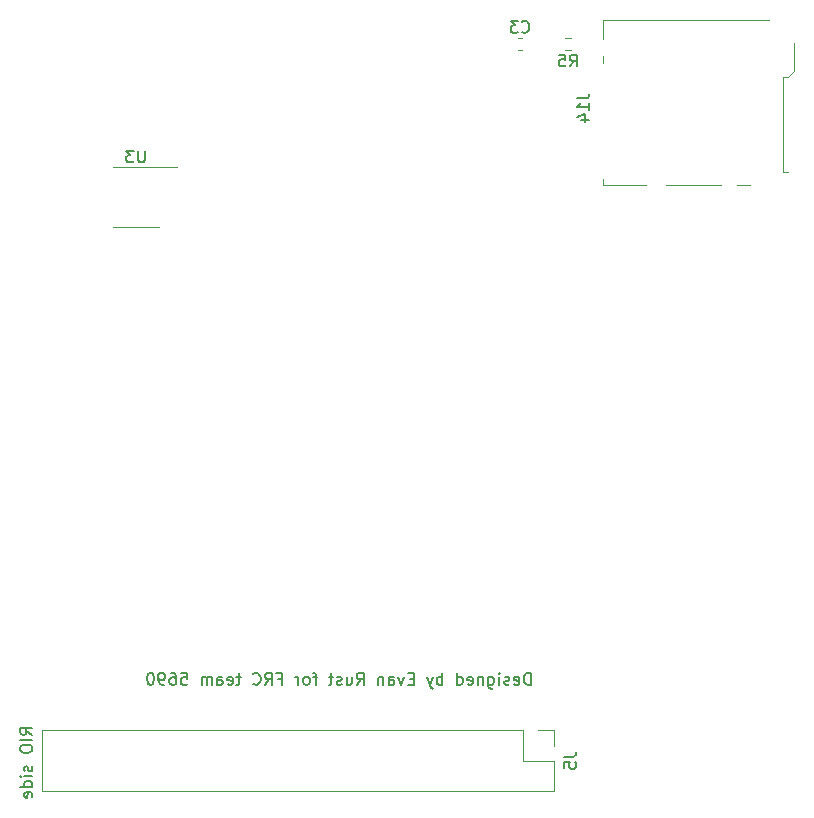
<source format=gbr>
%TF.GenerationSoftware,KiCad,Pcbnew,7.0.2*%
%TF.CreationDate,2023-05-18T15:41:40-05:00*%
%TF.ProjectId,FRC_5690_Common_PCB,4652435f-3536-4393-905f-436f6d6d6f6e,rev?*%
%TF.SameCoordinates,Original*%
%TF.FileFunction,Legend,Bot*%
%TF.FilePolarity,Positive*%
%FSLAX46Y46*%
G04 Gerber Fmt 4.6, Leading zero omitted, Abs format (unit mm)*
G04 Created by KiCad (PCBNEW 7.0.2) date 2023-05-18 15:41:40*
%MOMM*%
%LPD*%
G01*
G04 APERTURE LIST*
%ADD10C,0.150000*%
%ADD11C,0.120000*%
G04 APERTURE END LIST*
D10*
X150764904Y-116971619D02*
X150764904Y-115971619D01*
X150764904Y-115971619D02*
X150526809Y-115971619D01*
X150526809Y-115971619D02*
X150383952Y-116019238D01*
X150383952Y-116019238D02*
X150288714Y-116114476D01*
X150288714Y-116114476D02*
X150241095Y-116209714D01*
X150241095Y-116209714D02*
X150193476Y-116400190D01*
X150193476Y-116400190D02*
X150193476Y-116543047D01*
X150193476Y-116543047D02*
X150241095Y-116733523D01*
X150241095Y-116733523D02*
X150288714Y-116828761D01*
X150288714Y-116828761D02*
X150383952Y-116924000D01*
X150383952Y-116924000D02*
X150526809Y-116971619D01*
X150526809Y-116971619D02*
X150764904Y-116971619D01*
X149383952Y-116924000D02*
X149479190Y-116971619D01*
X149479190Y-116971619D02*
X149669666Y-116971619D01*
X149669666Y-116971619D02*
X149764904Y-116924000D01*
X149764904Y-116924000D02*
X149812523Y-116828761D01*
X149812523Y-116828761D02*
X149812523Y-116447809D01*
X149812523Y-116447809D02*
X149764904Y-116352571D01*
X149764904Y-116352571D02*
X149669666Y-116304952D01*
X149669666Y-116304952D02*
X149479190Y-116304952D01*
X149479190Y-116304952D02*
X149383952Y-116352571D01*
X149383952Y-116352571D02*
X149336333Y-116447809D01*
X149336333Y-116447809D02*
X149336333Y-116543047D01*
X149336333Y-116543047D02*
X149812523Y-116638285D01*
X148955380Y-116924000D02*
X148860142Y-116971619D01*
X148860142Y-116971619D02*
X148669666Y-116971619D01*
X148669666Y-116971619D02*
X148574428Y-116924000D01*
X148574428Y-116924000D02*
X148526809Y-116828761D01*
X148526809Y-116828761D02*
X148526809Y-116781142D01*
X148526809Y-116781142D02*
X148574428Y-116685904D01*
X148574428Y-116685904D02*
X148669666Y-116638285D01*
X148669666Y-116638285D02*
X148812523Y-116638285D01*
X148812523Y-116638285D02*
X148907761Y-116590666D01*
X148907761Y-116590666D02*
X148955380Y-116495428D01*
X148955380Y-116495428D02*
X148955380Y-116447809D01*
X148955380Y-116447809D02*
X148907761Y-116352571D01*
X148907761Y-116352571D02*
X148812523Y-116304952D01*
X148812523Y-116304952D02*
X148669666Y-116304952D01*
X148669666Y-116304952D02*
X148574428Y-116352571D01*
X148098237Y-116971619D02*
X148098237Y-116304952D01*
X148098237Y-115971619D02*
X148145856Y-116019238D01*
X148145856Y-116019238D02*
X148098237Y-116066857D01*
X148098237Y-116066857D02*
X148050618Y-116019238D01*
X148050618Y-116019238D02*
X148098237Y-115971619D01*
X148098237Y-115971619D02*
X148098237Y-116066857D01*
X147193476Y-116304952D02*
X147193476Y-117114476D01*
X147193476Y-117114476D02*
X147241095Y-117209714D01*
X147241095Y-117209714D02*
X147288714Y-117257333D01*
X147288714Y-117257333D02*
X147383952Y-117304952D01*
X147383952Y-117304952D02*
X147526809Y-117304952D01*
X147526809Y-117304952D02*
X147622047Y-117257333D01*
X147193476Y-116924000D02*
X147288714Y-116971619D01*
X147288714Y-116971619D02*
X147479190Y-116971619D01*
X147479190Y-116971619D02*
X147574428Y-116924000D01*
X147574428Y-116924000D02*
X147622047Y-116876380D01*
X147622047Y-116876380D02*
X147669666Y-116781142D01*
X147669666Y-116781142D02*
X147669666Y-116495428D01*
X147669666Y-116495428D02*
X147622047Y-116400190D01*
X147622047Y-116400190D02*
X147574428Y-116352571D01*
X147574428Y-116352571D02*
X147479190Y-116304952D01*
X147479190Y-116304952D02*
X147288714Y-116304952D01*
X147288714Y-116304952D02*
X147193476Y-116352571D01*
X146717285Y-116304952D02*
X146717285Y-116971619D01*
X146717285Y-116400190D02*
X146669666Y-116352571D01*
X146669666Y-116352571D02*
X146574428Y-116304952D01*
X146574428Y-116304952D02*
X146431571Y-116304952D01*
X146431571Y-116304952D02*
X146336333Y-116352571D01*
X146336333Y-116352571D02*
X146288714Y-116447809D01*
X146288714Y-116447809D02*
X146288714Y-116971619D01*
X145431571Y-116924000D02*
X145526809Y-116971619D01*
X145526809Y-116971619D02*
X145717285Y-116971619D01*
X145717285Y-116971619D02*
X145812523Y-116924000D01*
X145812523Y-116924000D02*
X145860142Y-116828761D01*
X145860142Y-116828761D02*
X145860142Y-116447809D01*
X145860142Y-116447809D02*
X145812523Y-116352571D01*
X145812523Y-116352571D02*
X145717285Y-116304952D01*
X145717285Y-116304952D02*
X145526809Y-116304952D01*
X145526809Y-116304952D02*
X145431571Y-116352571D01*
X145431571Y-116352571D02*
X145383952Y-116447809D01*
X145383952Y-116447809D02*
X145383952Y-116543047D01*
X145383952Y-116543047D02*
X145860142Y-116638285D01*
X144526809Y-116971619D02*
X144526809Y-115971619D01*
X144526809Y-116924000D02*
X144622047Y-116971619D01*
X144622047Y-116971619D02*
X144812523Y-116971619D01*
X144812523Y-116971619D02*
X144907761Y-116924000D01*
X144907761Y-116924000D02*
X144955380Y-116876380D01*
X144955380Y-116876380D02*
X145002999Y-116781142D01*
X145002999Y-116781142D02*
X145002999Y-116495428D01*
X145002999Y-116495428D02*
X144955380Y-116400190D01*
X144955380Y-116400190D02*
X144907761Y-116352571D01*
X144907761Y-116352571D02*
X144812523Y-116304952D01*
X144812523Y-116304952D02*
X144622047Y-116304952D01*
X144622047Y-116304952D02*
X144526809Y-116352571D01*
X143288713Y-116971619D02*
X143288713Y-115971619D01*
X143288713Y-116352571D02*
X143193475Y-116304952D01*
X143193475Y-116304952D02*
X143002999Y-116304952D01*
X143002999Y-116304952D02*
X142907761Y-116352571D01*
X142907761Y-116352571D02*
X142860142Y-116400190D01*
X142860142Y-116400190D02*
X142812523Y-116495428D01*
X142812523Y-116495428D02*
X142812523Y-116781142D01*
X142812523Y-116781142D02*
X142860142Y-116876380D01*
X142860142Y-116876380D02*
X142907761Y-116924000D01*
X142907761Y-116924000D02*
X143002999Y-116971619D01*
X143002999Y-116971619D02*
X143193475Y-116971619D01*
X143193475Y-116971619D02*
X143288713Y-116924000D01*
X142479189Y-116304952D02*
X142241094Y-116971619D01*
X142002999Y-116304952D02*
X142241094Y-116971619D01*
X142241094Y-116971619D02*
X142336332Y-117209714D01*
X142336332Y-117209714D02*
X142383951Y-117257333D01*
X142383951Y-117257333D02*
X142479189Y-117304952D01*
X140860141Y-116447809D02*
X140526808Y-116447809D01*
X140383951Y-116971619D02*
X140860141Y-116971619D01*
X140860141Y-116971619D02*
X140860141Y-115971619D01*
X140860141Y-115971619D02*
X140383951Y-115971619D01*
X140050617Y-116304952D02*
X139812522Y-116971619D01*
X139812522Y-116971619D02*
X139574427Y-116304952D01*
X138764903Y-116971619D02*
X138764903Y-116447809D01*
X138764903Y-116447809D02*
X138812522Y-116352571D01*
X138812522Y-116352571D02*
X138907760Y-116304952D01*
X138907760Y-116304952D02*
X139098236Y-116304952D01*
X139098236Y-116304952D02*
X139193474Y-116352571D01*
X138764903Y-116924000D02*
X138860141Y-116971619D01*
X138860141Y-116971619D02*
X139098236Y-116971619D01*
X139098236Y-116971619D02*
X139193474Y-116924000D01*
X139193474Y-116924000D02*
X139241093Y-116828761D01*
X139241093Y-116828761D02*
X139241093Y-116733523D01*
X139241093Y-116733523D02*
X139193474Y-116638285D01*
X139193474Y-116638285D02*
X139098236Y-116590666D01*
X139098236Y-116590666D02*
X138860141Y-116590666D01*
X138860141Y-116590666D02*
X138764903Y-116543047D01*
X138288712Y-116304952D02*
X138288712Y-116971619D01*
X138288712Y-116400190D02*
X138241093Y-116352571D01*
X138241093Y-116352571D02*
X138145855Y-116304952D01*
X138145855Y-116304952D02*
X138002998Y-116304952D01*
X138002998Y-116304952D02*
X137907760Y-116352571D01*
X137907760Y-116352571D02*
X137860141Y-116447809D01*
X137860141Y-116447809D02*
X137860141Y-116971619D01*
X136050617Y-116971619D02*
X136383950Y-116495428D01*
X136622045Y-116971619D02*
X136622045Y-115971619D01*
X136622045Y-115971619D02*
X136241093Y-115971619D01*
X136241093Y-115971619D02*
X136145855Y-116019238D01*
X136145855Y-116019238D02*
X136098236Y-116066857D01*
X136098236Y-116066857D02*
X136050617Y-116162095D01*
X136050617Y-116162095D02*
X136050617Y-116304952D01*
X136050617Y-116304952D02*
X136098236Y-116400190D01*
X136098236Y-116400190D02*
X136145855Y-116447809D01*
X136145855Y-116447809D02*
X136241093Y-116495428D01*
X136241093Y-116495428D02*
X136622045Y-116495428D01*
X135193474Y-116304952D02*
X135193474Y-116971619D01*
X135622045Y-116304952D02*
X135622045Y-116828761D01*
X135622045Y-116828761D02*
X135574426Y-116924000D01*
X135574426Y-116924000D02*
X135479188Y-116971619D01*
X135479188Y-116971619D02*
X135336331Y-116971619D01*
X135336331Y-116971619D02*
X135241093Y-116924000D01*
X135241093Y-116924000D02*
X135193474Y-116876380D01*
X134764902Y-116924000D02*
X134669664Y-116971619D01*
X134669664Y-116971619D02*
X134479188Y-116971619D01*
X134479188Y-116971619D02*
X134383950Y-116924000D01*
X134383950Y-116924000D02*
X134336331Y-116828761D01*
X134336331Y-116828761D02*
X134336331Y-116781142D01*
X134336331Y-116781142D02*
X134383950Y-116685904D01*
X134383950Y-116685904D02*
X134479188Y-116638285D01*
X134479188Y-116638285D02*
X134622045Y-116638285D01*
X134622045Y-116638285D02*
X134717283Y-116590666D01*
X134717283Y-116590666D02*
X134764902Y-116495428D01*
X134764902Y-116495428D02*
X134764902Y-116447809D01*
X134764902Y-116447809D02*
X134717283Y-116352571D01*
X134717283Y-116352571D02*
X134622045Y-116304952D01*
X134622045Y-116304952D02*
X134479188Y-116304952D01*
X134479188Y-116304952D02*
X134383950Y-116352571D01*
X134050616Y-116304952D02*
X133669664Y-116304952D01*
X133907759Y-115971619D02*
X133907759Y-116828761D01*
X133907759Y-116828761D02*
X133860140Y-116924000D01*
X133860140Y-116924000D02*
X133764902Y-116971619D01*
X133764902Y-116971619D02*
X133669664Y-116971619D01*
X132717282Y-116304952D02*
X132336330Y-116304952D01*
X132574425Y-116971619D02*
X132574425Y-116114476D01*
X132574425Y-116114476D02*
X132526806Y-116019238D01*
X132526806Y-116019238D02*
X132431568Y-115971619D01*
X132431568Y-115971619D02*
X132336330Y-115971619D01*
X131860139Y-116971619D02*
X131955377Y-116924000D01*
X131955377Y-116924000D02*
X132002996Y-116876380D01*
X132002996Y-116876380D02*
X132050615Y-116781142D01*
X132050615Y-116781142D02*
X132050615Y-116495428D01*
X132050615Y-116495428D02*
X132002996Y-116400190D01*
X132002996Y-116400190D02*
X131955377Y-116352571D01*
X131955377Y-116352571D02*
X131860139Y-116304952D01*
X131860139Y-116304952D02*
X131717282Y-116304952D01*
X131717282Y-116304952D02*
X131622044Y-116352571D01*
X131622044Y-116352571D02*
X131574425Y-116400190D01*
X131574425Y-116400190D02*
X131526806Y-116495428D01*
X131526806Y-116495428D02*
X131526806Y-116781142D01*
X131526806Y-116781142D02*
X131574425Y-116876380D01*
X131574425Y-116876380D02*
X131622044Y-116924000D01*
X131622044Y-116924000D02*
X131717282Y-116971619D01*
X131717282Y-116971619D02*
X131860139Y-116971619D01*
X131098234Y-116971619D02*
X131098234Y-116304952D01*
X131098234Y-116495428D02*
X131050615Y-116400190D01*
X131050615Y-116400190D02*
X131002996Y-116352571D01*
X131002996Y-116352571D02*
X130907758Y-116304952D01*
X130907758Y-116304952D02*
X130812520Y-116304952D01*
X129383948Y-116447809D02*
X129717281Y-116447809D01*
X129717281Y-116971619D02*
X129717281Y-115971619D01*
X129717281Y-115971619D02*
X129241091Y-115971619D01*
X128288710Y-116971619D02*
X128622043Y-116495428D01*
X128860138Y-116971619D02*
X128860138Y-115971619D01*
X128860138Y-115971619D02*
X128479186Y-115971619D01*
X128479186Y-115971619D02*
X128383948Y-116019238D01*
X128383948Y-116019238D02*
X128336329Y-116066857D01*
X128336329Y-116066857D02*
X128288710Y-116162095D01*
X128288710Y-116162095D02*
X128288710Y-116304952D01*
X128288710Y-116304952D02*
X128336329Y-116400190D01*
X128336329Y-116400190D02*
X128383948Y-116447809D01*
X128383948Y-116447809D02*
X128479186Y-116495428D01*
X128479186Y-116495428D02*
X128860138Y-116495428D01*
X127288710Y-116876380D02*
X127336329Y-116924000D01*
X127336329Y-116924000D02*
X127479186Y-116971619D01*
X127479186Y-116971619D02*
X127574424Y-116971619D01*
X127574424Y-116971619D02*
X127717281Y-116924000D01*
X127717281Y-116924000D02*
X127812519Y-116828761D01*
X127812519Y-116828761D02*
X127860138Y-116733523D01*
X127860138Y-116733523D02*
X127907757Y-116543047D01*
X127907757Y-116543047D02*
X127907757Y-116400190D01*
X127907757Y-116400190D02*
X127860138Y-116209714D01*
X127860138Y-116209714D02*
X127812519Y-116114476D01*
X127812519Y-116114476D02*
X127717281Y-116019238D01*
X127717281Y-116019238D02*
X127574424Y-115971619D01*
X127574424Y-115971619D02*
X127479186Y-115971619D01*
X127479186Y-115971619D02*
X127336329Y-116019238D01*
X127336329Y-116019238D02*
X127288710Y-116066857D01*
X126241090Y-116304952D02*
X125860138Y-116304952D01*
X126098233Y-115971619D02*
X126098233Y-116828761D01*
X126098233Y-116828761D02*
X126050614Y-116924000D01*
X126050614Y-116924000D02*
X125955376Y-116971619D01*
X125955376Y-116971619D02*
X125860138Y-116971619D01*
X125145852Y-116924000D02*
X125241090Y-116971619D01*
X125241090Y-116971619D02*
X125431566Y-116971619D01*
X125431566Y-116971619D02*
X125526804Y-116924000D01*
X125526804Y-116924000D02*
X125574423Y-116828761D01*
X125574423Y-116828761D02*
X125574423Y-116447809D01*
X125574423Y-116447809D02*
X125526804Y-116352571D01*
X125526804Y-116352571D02*
X125431566Y-116304952D01*
X125431566Y-116304952D02*
X125241090Y-116304952D01*
X125241090Y-116304952D02*
X125145852Y-116352571D01*
X125145852Y-116352571D02*
X125098233Y-116447809D01*
X125098233Y-116447809D02*
X125098233Y-116543047D01*
X125098233Y-116543047D02*
X125574423Y-116638285D01*
X124241090Y-116971619D02*
X124241090Y-116447809D01*
X124241090Y-116447809D02*
X124288709Y-116352571D01*
X124288709Y-116352571D02*
X124383947Y-116304952D01*
X124383947Y-116304952D02*
X124574423Y-116304952D01*
X124574423Y-116304952D02*
X124669661Y-116352571D01*
X124241090Y-116924000D02*
X124336328Y-116971619D01*
X124336328Y-116971619D02*
X124574423Y-116971619D01*
X124574423Y-116971619D02*
X124669661Y-116924000D01*
X124669661Y-116924000D02*
X124717280Y-116828761D01*
X124717280Y-116828761D02*
X124717280Y-116733523D01*
X124717280Y-116733523D02*
X124669661Y-116638285D01*
X124669661Y-116638285D02*
X124574423Y-116590666D01*
X124574423Y-116590666D02*
X124336328Y-116590666D01*
X124336328Y-116590666D02*
X124241090Y-116543047D01*
X123764899Y-116971619D02*
X123764899Y-116304952D01*
X123764899Y-116400190D02*
X123717280Y-116352571D01*
X123717280Y-116352571D02*
X123622042Y-116304952D01*
X123622042Y-116304952D02*
X123479185Y-116304952D01*
X123479185Y-116304952D02*
X123383947Y-116352571D01*
X123383947Y-116352571D02*
X123336328Y-116447809D01*
X123336328Y-116447809D02*
X123336328Y-116971619D01*
X123336328Y-116447809D02*
X123288709Y-116352571D01*
X123288709Y-116352571D02*
X123193471Y-116304952D01*
X123193471Y-116304952D02*
X123050614Y-116304952D01*
X123050614Y-116304952D02*
X122955375Y-116352571D01*
X122955375Y-116352571D02*
X122907756Y-116447809D01*
X122907756Y-116447809D02*
X122907756Y-116971619D01*
X121193471Y-115971619D02*
X121669661Y-115971619D01*
X121669661Y-115971619D02*
X121717280Y-116447809D01*
X121717280Y-116447809D02*
X121669661Y-116400190D01*
X121669661Y-116400190D02*
X121574423Y-116352571D01*
X121574423Y-116352571D02*
X121336328Y-116352571D01*
X121336328Y-116352571D02*
X121241090Y-116400190D01*
X121241090Y-116400190D02*
X121193471Y-116447809D01*
X121193471Y-116447809D02*
X121145852Y-116543047D01*
X121145852Y-116543047D02*
X121145852Y-116781142D01*
X121145852Y-116781142D02*
X121193471Y-116876380D01*
X121193471Y-116876380D02*
X121241090Y-116924000D01*
X121241090Y-116924000D02*
X121336328Y-116971619D01*
X121336328Y-116971619D02*
X121574423Y-116971619D01*
X121574423Y-116971619D02*
X121669661Y-116924000D01*
X121669661Y-116924000D02*
X121717280Y-116876380D01*
X120288709Y-115971619D02*
X120479185Y-115971619D01*
X120479185Y-115971619D02*
X120574423Y-116019238D01*
X120574423Y-116019238D02*
X120622042Y-116066857D01*
X120622042Y-116066857D02*
X120717280Y-116209714D01*
X120717280Y-116209714D02*
X120764899Y-116400190D01*
X120764899Y-116400190D02*
X120764899Y-116781142D01*
X120764899Y-116781142D02*
X120717280Y-116876380D01*
X120717280Y-116876380D02*
X120669661Y-116924000D01*
X120669661Y-116924000D02*
X120574423Y-116971619D01*
X120574423Y-116971619D02*
X120383947Y-116971619D01*
X120383947Y-116971619D02*
X120288709Y-116924000D01*
X120288709Y-116924000D02*
X120241090Y-116876380D01*
X120241090Y-116876380D02*
X120193471Y-116781142D01*
X120193471Y-116781142D02*
X120193471Y-116543047D01*
X120193471Y-116543047D02*
X120241090Y-116447809D01*
X120241090Y-116447809D02*
X120288709Y-116400190D01*
X120288709Y-116400190D02*
X120383947Y-116352571D01*
X120383947Y-116352571D02*
X120574423Y-116352571D01*
X120574423Y-116352571D02*
X120669661Y-116400190D01*
X120669661Y-116400190D02*
X120717280Y-116447809D01*
X120717280Y-116447809D02*
X120764899Y-116543047D01*
X119717280Y-116971619D02*
X119526804Y-116971619D01*
X119526804Y-116971619D02*
X119431566Y-116924000D01*
X119431566Y-116924000D02*
X119383947Y-116876380D01*
X119383947Y-116876380D02*
X119288709Y-116733523D01*
X119288709Y-116733523D02*
X119241090Y-116543047D01*
X119241090Y-116543047D02*
X119241090Y-116162095D01*
X119241090Y-116162095D02*
X119288709Y-116066857D01*
X119288709Y-116066857D02*
X119336328Y-116019238D01*
X119336328Y-116019238D02*
X119431566Y-115971619D01*
X119431566Y-115971619D02*
X119622042Y-115971619D01*
X119622042Y-115971619D02*
X119717280Y-116019238D01*
X119717280Y-116019238D02*
X119764899Y-116066857D01*
X119764899Y-116066857D02*
X119812518Y-116162095D01*
X119812518Y-116162095D02*
X119812518Y-116400190D01*
X119812518Y-116400190D02*
X119764899Y-116495428D01*
X119764899Y-116495428D02*
X119717280Y-116543047D01*
X119717280Y-116543047D02*
X119622042Y-116590666D01*
X119622042Y-116590666D02*
X119431566Y-116590666D01*
X119431566Y-116590666D02*
X119336328Y-116543047D01*
X119336328Y-116543047D02*
X119288709Y-116495428D01*
X119288709Y-116495428D02*
X119241090Y-116400190D01*
X118622042Y-115971619D02*
X118526804Y-115971619D01*
X118526804Y-115971619D02*
X118431566Y-116019238D01*
X118431566Y-116019238D02*
X118383947Y-116066857D01*
X118383947Y-116066857D02*
X118336328Y-116162095D01*
X118336328Y-116162095D02*
X118288709Y-116352571D01*
X118288709Y-116352571D02*
X118288709Y-116590666D01*
X118288709Y-116590666D02*
X118336328Y-116781142D01*
X118336328Y-116781142D02*
X118383947Y-116876380D01*
X118383947Y-116876380D02*
X118431566Y-116924000D01*
X118431566Y-116924000D02*
X118526804Y-116971619D01*
X118526804Y-116971619D02*
X118622042Y-116971619D01*
X118622042Y-116971619D02*
X118717280Y-116924000D01*
X118717280Y-116924000D02*
X118764899Y-116876380D01*
X118764899Y-116876380D02*
X118812518Y-116781142D01*
X118812518Y-116781142D02*
X118860137Y-116590666D01*
X118860137Y-116590666D02*
X118860137Y-116352571D01*
X118860137Y-116352571D02*
X118812518Y-116162095D01*
X118812518Y-116162095D02*
X118764899Y-116066857D01*
X118764899Y-116066857D02*
X118717280Y-116019238D01*
X118717280Y-116019238D02*
X118622042Y-115971619D01*
%TO.C,R5*%
X154090666Y-64630619D02*
X154423999Y-64154428D01*
X154662094Y-64630619D02*
X154662094Y-63630619D01*
X154662094Y-63630619D02*
X154281142Y-63630619D01*
X154281142Y-63630619D02*
X154185904Y-63678238D01*
X154185904Y-63678238D02*
X154138285Y-63725857D01*
X154138285Y-63725857D02*
X154090666Y-63821095D01*
X154090666Y-63821095D02*
X154090666Y-63963952D01*
X154090666Y-63963952D02*
X154138285Y-64059190D01*
X154138285Y-64059190D02*
X154185904Y-64106809D01*
X154185904Y-64106809D02*
X154281142Y-64154428D01*
X154281142Y-64154428D02*
X154662094Y-64154428D01*
X153185904Y-63630619D02*
X153662094Y-63630619D01*
X153662094Y-63630619D02*
X153709713Y-64106809D01*
X153709713Y-64106809D02*
X153662094Y-64059190D01*
X153662094Y-64059190D02*
X153566856Y-64011571D01*
X153566856Y-64011571D02*
X153328761Y-64011571D01*
X153328761Y-64011571D02*
X153233523Y-64059190D01*
X153233523Y-64059190D02*
X153185904Y-64106809D01*
X153185904Y-64106809D02*
X153138285Y-64202047D01*
X153138285Y-64202047D02*
X153138285Y-64440142D01*
X153138285Y-64440142D02*
X153185904Y-64535380D01*
X153185904Y-64535380D02*
X153233523Y-64583000D01*
X153233523Y-64583000D02*
X153328761Y-64630619D01*
X153328761Y-64630619D02*
X153566856Y-64630619D01*
X153566856Y-64630619D02*
X153662094Y-64583000D01*
X153662094Y-64583000D02*
X153709713Y-64535380D01*
%TO.C,J14*%
X154731619Y-67309476D02*
X155445904Y-67309476D01*
X155445904Y-67309476D02*
X155588761Y-67261857D01*
X155588761Y-67261857D02*
X155684000Y-67166619D01*
X155684000Y-67166619D02*
X155731619Y-67023762D01*
X155731619Y-67023762D02*
X155731619Y-66928524D01*
X155731619Y-68309476D02*
X155731619Y-67738048D01*
X155731619Y-68023762D02*
X154731619Y-68023762D01*
X154731619Y-68023762D02*
X154874476Y-67928524D01*
X154874476Y-67928524D02*
X154969714Y-67833286D01*
X154969714Y-67833286D02*
X155017333Y-67738048D01*
X155064952Y-69166619D02*
X155731619Y-69166619D01*
X154684000Y-68928524D02*
X155398285Y-68690429D01*
X155398285Y-68690429D02*
X155398285Y-69309476D01*
%TO.C,C3*%
X150026666Y-61675380D02*
X150074285Y-61723000D01*
X150074285Y-61723000D02*
X150217142Y-61770619D01*
X150217142Y-61770619D02*
X150312380Y-61770619D01*
X150312380Y-61770619D02*
X150455237Y-61723000D01*
X150455237Y-61723000D02*
X150550475Y-61627761D01*
X150550475Y-61627761D02*
X150598094Y-61532523D01*
X150598094Y-61532523D02*
X150645713Y-61342047D01*
X150645713Y-61342047D02*
X150645713Y-61199190D01*
X150645713Y-61199190D02*
X150598094Y-61008714D01*
X150598094Y-61008714D02*
X150550475Y-60913476D01*
X150550475Y-60913476D02*
X150455237Y-60818238D01*
X150455237Y-60818238D02*
X150312380Y-60770619D01*
X150312380Y-60770619D02*
X150217142Y-60770619D01*
X150217142Y-60770619D02*
X150074285Y-60818238D01*
X150074285Y-60818238D02*
X150026666Y-60865857D01*
X149693332Y-60770619D02*
X149074285Y-60770619D01*
X149074285Y-60770619D02*
X149407618Y-61151571D01*
X149407618Y-61151571D02*
X149264761Y-61151571D01*
X149264761Y-61151571D02*
X149169523Y-61199190D01*
X149169523Y-61199190D02*
X149121904Y-61246809D01*
X149121904Y-61246809D02*
X149074285Y-61342047D01*
X149074285Y-61342047D02*
X149074285Y-61580142D01*
X149074285Y-61580142D02*
X149121904Y-61675380D01*
X149121904Y-61675380D02*
X149169523Y-61723000D01*
X149169523Y-61723000D02*
X149264761Y-61770619D01*
X149264761Y-61770619D02*
X149550475Y-61770619D01*
X149550475Y-61770619D02*
X149645713Y-61723000D01*
X149645713Y-61723000D02*
X149693332Y-61675380D01*
%TO.C,J5*%
X153616619Y-123077528D02*
X154330904Y-123077528D01*
X154330904Y-123077528D02*
X154473761Y-123029909D01*
X154473761Y-123029909D02*
X154569000Y-122934671D01*
X154569000Y-122934671D02*
X154616619Y-122791814D01*
X154616619Y-122791814D02*
X154616619Y-122696576D01*
X153616619Y-124029909D02*
X153616619Y-123553719D01*
X153616619Y-123553719D02*
X154092809Y-123506100D01*
X154092809Y-123506100D02*
X154045190Y-123553719D01*
X154045190Y-123553719D02*
X153997571Y-123648957D01*
X153997571Y-123648957D02*
X153997571Y-123887052D01*
X153997571Y-123887052D02*
X154045190Y-123982290D01*
X154045190Y-123982290D02*
X154092809Y-124029909D01*
X154092809Y-124029909D02*
X154188047Y-124077528D01*
X154188047Y-124077528D02*
X154426142Y-124077528D01*
X154426142Y-124077528D02*
X154521380Y-124029909D01*
X154521380Y-124029909D02*
X154569000Y-123982290D01*
X154569000Y-123982290D02*
X154616619Y-123887052D01*
X154616619Y-123887052D02*
X154616619Y-123648957D01*
X154616619Y-123648957D02*
X154569000Y-123553719D01*
X154569000Y-123553719D02*
X154521380Y-123506100D01*
X108559619Y-121200719D02*
X108083428Y-120867386D01*
X108559619Y-120629291D02*
X107559619Y-120629291D01*
X107559619Y-120629291D02*
X107559619Y-121010243D01*
X107559619Y-121010243D02*
X107607238Y-121105481D01*
X107607238Y-121105481D02*
X107654857Y-121153100D01*
X107654857Y-121153100D02*
X107750095Y-121200719D01*
X107750095Y-121200719D02*
X107892952Y-121200719D01*
X107892952Y-121200719D02*
X107988190Y-121153100D01*
X107988190Y-121153100D02*
X108035809Y-121105481D01*
X108035809Y-121105481D02*
X108083428Y-121010243D01*
X108083428Y-121010243D02*
X108083428Y-120629291D01*
X108559619Y-121629291D02*
X107559619Y-121629291D01*
X107559619Y-122295957D02*
X107559619Y-122486433D01*
X107559619Y-122486433D02*
X107607238Y-122581671D01*
X107607238Y-122581671D02*
X107702476Y-122676909D01*
X107702476Y-122676909D02*
X107892952Y-122724528D01*
X107892952Y-122724528D02*
X108226285Y-122724528D01*
X108226285Y-122724528D02*
X108416761Y-122676909D01*
X108416761Y-122676909D02*
X108512000Y-122581671D01*
X108512000Y-122581671D02*
X108559619Y-122486433D01*
X108559619Y-122486433D02*
X108559619Y-122295957D01*
X108559619Y-122295957D02*
X108512000Y-122200719D01*
X108512000Y-122200719D02*
X108416761Y-122105481D01*
X108416761Y-122105481D02*
X108226285Y-122057862D01*
X108226285Y-122057862D02*
X107892952Y-122057862D01*
X107892952Y-122057862D02*
X107702476Y-122105481D01*
X107702476Y-122105481D02*
X107607238Y-122200719D01*
X107607238Y-122200719D02*
X107559619Y-122295957D01*
X108512000Y-123867386D02*
X108559619Y-123962624D01*
X108559619Y-123962624D02*
X108559619Y-124153100D01*
X108559619Y-124153100D02*
X108512000Y-124248338D01*
X108512000Y-124248338D02*
X108416761Y-124295957D01*
X108416761Y-124295957D02*
X108369142Y-124295957D01*
X108369142Y-124295957D02*
X108273904Y-124248338D01*
X108273904Y-124248338D02*
X108226285Y-124153100D01*
X108226285Y-124153100D02*
X108226285Y-124010243D01*
X108226285Y-124010243D02*
X108178666Y-123915005D01*
X108178666Y-123915005D02*
X108083428Y-123867386D01*
X108083428Y-123867386D02*
X108035809Y-123867386D01*
X108035809Y-123867386D02*
X107940571Y-123915005D01*
X107940571Y-123915005D02*
X107892952Y-124010243D01*
X107892952Y-124010243D02*
X107892952Y-124153100D01*
X107892952Y-124153100D02*
X107940571Y-124248338D01*
X108559619Y-124724529D02*
X107892952Y-124724529D01*
X107559619Y-124724529D02*
X107607238Y-124676910D01*
X107607238Y-124676910D02*
X107654857Y-124724529D01*
X107654857Y-124724529D02*
X107607238Y-124772148D01*
X107607238Y-124772148D02*
X107559619Y-124724529D01*
X107559619Y-124724529D02*
X107654857Y-124724529D01*
X108559619Y-125629290D02*
X107559619Y-125629290D01*
X108512000Y-125629290D02*
X108559619Y-125534052D01*
X108559619Y-125534052D02*
X108559619Y-125343576D01*
X108559619Y-125343576D02*
X108512000Y-125248338D01*
X108512000Y-125248338D02*
X108464380Y-125200719D01*
X108464380Y-125200719D02*
X108369142Y-125153100D01*
X108369142Y-125153100D02*
X108083428Y-125153100D01*
X108083428Y-125153100D02*
X107988190Y-125200719D01*
X107988190Y-125200719D02*
X107940571Y-125248338D01*
X107940571Y-125248338D02*
X107892952Y-125343576D01*
X107892952Y-125343576D02*
X107892952Y-125534052D01*
X107892952Y-125534052D02*
X107940571Y-125629290D01*
X108512000Y-126486433D02*
X108559619Y-126391195D01*
X108559619Y-126391195D02*
X108559619Y-126200719D01*
X108559619Y-126200719D02*
X108512000Y-126105481D01*
X108512000Y-126105481D02*
X108416761Y-126057862D01*
X108416761Y-126057862D02*
X108035809Y-126057862D01*
X108035809Y-126057862D02*
X107940571Y-126105481D01*
X107940571Y-126105481D02*
X107892952Y-126200719D01*
X107892952Y-126200719D02*
X107892952Y-126391195D01*
X107892952Y-126391195D02*
X107940571Y-126486433D01*
X107940571Y-126486433D02*
X108035809Y-126534052D01*
X108035809Y-126534052D02*
X108131047Y-126534052D01*
X108131047Y-126534052D02*
X108226285Y-126057862D01*
%TO.C,U3*%
X118109904Y-71754619D02*
X118109904Y-72564142D01*
X118109904Y-72564142D02*
X118062285Y-72659380D01*
X118062285Y-72659380D02*
X118014666Y-72707000D01*
X118014666Y-72707000D02*
X117919428Y-72754619D01*
X117919428Y-72754619D02*
X117728952Y-72754619D01*
X117728952Y-72754619D02*
X117633714Y-72707000D01*
X117633714Y-72707000D02*
X117586095Y-72659380D01*
X117586095Y-72659380D02*
X117538476Y-72564142D01*
X117538476Y-72564142D02*
X117538476Y-71754619D01*
X117157523Y-71754619D02*
X116538476Y-71754619D01*
X116538476Y-71754619D02*
X116871809Y-72135571D01*
X116871809Y-72135571D02*
X116728952Y-72135571D01*
X116728952Y-72135571D02*
X116633714Y-72183190D01*
X116633714Y-72183190D02*
X116586095Y-72230809D01*
X116586095Y-72230809D02*
X116538476Y-72326047D01*
X116538476Y-72326047D02*
X116538476Y-72564142D01*
X116538476Y-72564142D02*
X116586095Y-72659380D01*
X116586095Y-72659380D02*
X116633714Y-72707000D01*
X116633714Y-72707000D02*
X116728952Y-72754619D01*
X116728952Y-72754619D02*
X117014666Y-72754619D01*
X117014666Y-72754619D02*
X117109904Y-72707000D01*
X117109904Y-72707000D02*
X117157523Y-72659380D01*
D11*
%TO.C,R5*%
X153686742Y-62215500D02*
X154161258Y-62215500D01*
X153686742Y-63260500D02*
X154161258Y-63260500D01*
%TO.C,J14*%
X156909000Y-60709000D02*
X170969000Y-60709000D01*
X156909000Y-60709000D02*
X156909000Y-62269000D01*
X173079000Y-62619000D02*
X173079000Y-65019000D01*
X156909000Y-64319000D02*
X156909000Y-63769000D01*
X173069000Y-65029000D02*
X172579000Y-65529000D01*
X172129000Y-65529000D02*
X172579000Y-65529000D01*
X172129000Y-73559000D02*
X172129000Y-65529000D01*
X172129000Y-73559000D02*
X172579000Y-73559000D01*
X156909000Y-74169000D02*
X156909000Y-74679000D01*
X168219000Y-74679000D02*
X169319000Y-74679000D01*
X162219000Y-74679000D02*
X166919000Y-74679000D01*
X156909000Y-74679000D02*
X160519000Y-74679000D01*
%TO.C,C3*%
X150000580Y-63248000D02*
X149719420Y-63248000D01*
X150000580Y-62228000D02*
X149719420Y-62228000D01*
%TO.C,J5*%
X109414000Y-126010862D02*
X109414000Y-120810862D01*
X152714000Y-126010862D02*
X109414000Y-126010862D01*
X152714000Y-126010862D02*
X152714000Y-123410862D01*
X150114000Y-123410862D02*
X150114000Y-120810862D01*
X152714000Y-123410862D02*
X150114000Y-123410862D01*
X152714000Y-122140862D02*
X152714000Y-120810862D01*
X150114000Y-120810862D02*
X109414000Y-120810862D01*
X152714000Y-120810862D02*
X151384000Y-120810862D01*
%TO.C,U3*%
X117348000Y-78252000D02*
X119298000Y-78252000D01*
X117348000Y-78252000D02*
X115398000Y-78252000D01*
X117348000Y-73132000D02*
X120798000Y-73132000D01*
X117348000Y-73132000D02*
X115398000Y-73132000D01*
%TD*%
M02*

</source>
